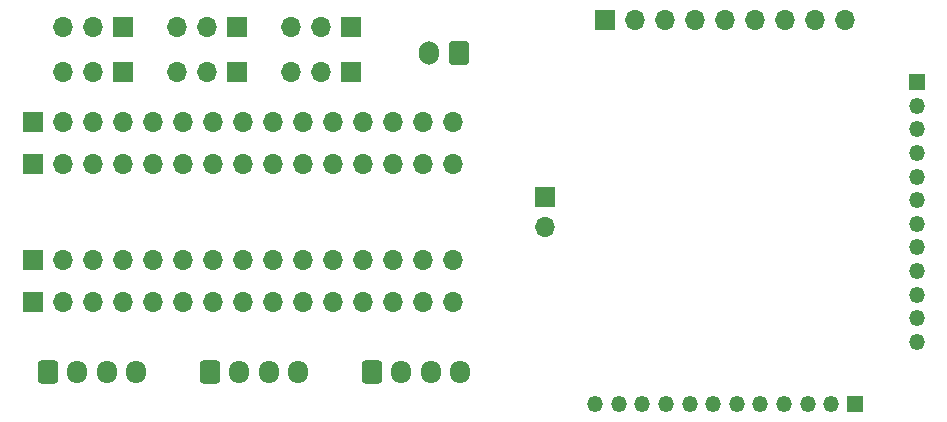
<source format=gbr>
%TF.GenerationSoftware,KiCad,Pcbnew,7.0.10*%
%TF.CreationDate,2024-02-16T22:07:16-05:00*%
%TF.ProjectId,SanBan,53616e42-616e-42e6-9b69-6361645f7063,rev?*%
%TF.SameCoordinates,Original*%
%TF.FileFunction,Soldermask,Bot*%
%TF.FilePolarity,Negative*%
%FSLAX46Y46*%
G04 Gerber Fmt 4.6, Leading zero omitted, Abs format (unit mm)*
G04 Created by KiCad (PCBNEW 7.0.10) date 2024-02-16 22:07:16*
%MOMM*%
%LPD*%
G01*
G04 APERTURE LIST*
G04 Aperture macros list*
%AMRoundRect*
0 Rectangle with rounded corners*
0 $1 Rounding radius*
0 $2 $3 $4 $5 $6 $7 $8 $9 X,Y pos of 4 corners*
0 Add a 4 corners polygon primitive as box body*
4,1,4,$2,$3,$4,$5,$6,$7,$8,$9,$2,$3,0*
0 Add four circle primitives for the rounded corners*
1,1,$1+$1,$2,$3*
1,1,$1+$1,$4,$5*
1,1,$1+$1,$6,$7*
1,1,$1+$1,$8,$9*
0 Add four rect primitives between the rounded corners*
20,1,$1+$1,$2,$3,$4,$5,0*
20,1,$1+$1,$4,$5,$6,$7,0*
20,1,$1+$1,$6,$7,$8,$9,0*
20,1,$1+$1,$8,$9,$2,$3,0*%
G04 Aperture macros list end*
%ADD10RoundRect,0.250000X-0.600000X-0.725000X0.600000X-0.725000X0.600000X0.725000X-0.600000X0.725000X0*%
%ADD11O,1.700000X1.950000*%
%ADD12R,1.700000X1.700000*%
%ADD13O,1.700000X1.700000*%
%ADD14R,1.350000X1.350000*%
%ADD15O,1.350000X1.350000*%
%ADD16RoundRect,0.250000X0.600000X0.750000X-0.600000X0.750000X-0.600000X-0.750000X0.600000X-0.750000X0*%
%ADD17O,1.700000X2.000000*%
G04 APERTURE END LIST*
D10*
%TO.C,J13*%
X114603000Y-95525000D03*
D11*
X117103000Y-95525000D03*
X119603000Y-95525000D03*
X122103000Y-95525000D03*
%TD*%
D12*
%TO.C,J15*%
X113333000Y-89547000D03*
D13*
X115873000Y-89547000D03*
X118413000Y-89547000D03*
X120953000Y-89547000D03*
X123493000Y-89547000D03*
X126033000Y-89547000D03*
X128573000Y-89547000D03*
X131113000Y-89547000D03*
X133653000Y-89547000D03*
X136193000Y-89547000D03*
X138733000Y-89547000D03*
X141273000Y-89547000D03*
X143813000Y-89547000D03*
X146353000Y-89547000D03*
X148893000Y-89547000D03*
%TD*%
D14*
%TO.C,J2*%
X188205000Y-70945000D03*
D15*
X188205000Y-72945000D03*
X188205000Y-74945000D03*
X188205000Y-76945000D03*
X188205000Y-78945000D03*
X188205000Y-80945000D03*
X188205000Y-82945000D03*
X188205000Y-84945000D03*
X188205000Y-86945000D03*
X188205000Y-88945000D03*
X188205000Y-90945000D03*
X188205000Y-92945000D03*
%TD*%
D12*
%TO.C,J17*%
X113333000Y-85974600D03*
D13*
X115873000Y-85974600D03*
X118413000Y-85974600D03*
X120953000Y-85974600D03*
X123493000Y-85974600D03*
X126033000Y-85974600D03*
X128573000Y-85974600D03*
X131113000Y-85974600D03*
X133653000Y-85974600D03*
X136193000Y-85974600D03*
X138733000Y-85974600D03*
X141273000Y-85974600D03*
X143813000Y-85974600D03*
X146353000Y-85974600D03*
X148893000Y-85974600D03*
%TD*%
D12*
%TO.C,J11*%
X140257000Y-70125000D03*
D13*
X137717000Y-70125000D03*
X135177000Y-70125000D03*
%TD*%
D10*
%TO.C,J12*%
X128319000Y-95525000D03*
D11*
X130819000Y-95525000D03*
X133319000Y-95525000D03*
X135819000Y-95525000D03*
%TD*%
D12*
%TO.C,J16*%
X113333000Y-74307000D03*
D13*
X115873000Y-74307000D03*
X118413000Y-74307000D03*
X120953000Y-74307000D03*
X123493000Y-74307000D03*
X126033000Y-74307000D03*
X128573000Y-74307000D03*
X131113000Y-74307000D03*
X133653000Y-74307000D03*
X136193000Y-74307000D03*
X138733000Y-74307000D03*
X141273000Y-74307000D03*
X143813000Y-74307000D03*
X146353000Y-74307000D03*
X148893000Y-74307000D03*
%TD*%
D12*
%TO.C,J18*%
X113333000Y-77872000D03*
D13*
X115873000Y-77872000D03*
X118413000Y-77872000D03*
X120953000Y-77872000D03*
X123493000Y-77872000D03*
X126033000Y-77872000D03*
X128573000Y-77872000D03*
X131113000Y-77872000D03*
X133653000Y-77872000D03*
X136193000Y-77872000D03*
X138733000Y-77872000D03*
X141273000Y-77872000D03*
X143813000Y-77872000D03*
X146353000Y-77872000D03*
X148893000Y-77872000D03*
%TD*%
D10*
%TO.C,J5*%
X142035000Y-95525000D03*
D11*
X144535000Y-95525000D03*
X147035000Y-95525000D03*
X149535000Y-95525000D03*
%TD*%
D12*
%TO.C,J10*%
X130605000Y-70125000D03*
D13*
X128065000Y-70125000D03*
X125525000Y-70125000D03*
%TD*%
D14*
%TO.C,J1*%
X182955000Y-98195000D03*
D15*
X180955000Y-98195000D03*
X178955000Y-98195000D03*
X176955000Y-98195000D03*
X174955000Y-98195000D03*
X172955000Y-98195000D03*
X170955000Y-98195000D03*
X168955000Y-98195000D03*
X166955000Y-98195000D03*
X164955000Y-98195000D03*
X162955000Y-98195000D03*
X160955000Y-98195000D03*
%TD*%
D12*
%TO.C,J6*%
X120953000Y-66315000D03*
D13*
X118413000Y-66315000D03*
X115873000Y-66315000D03*
%TD*%
D12*
%TO.C,J9*%
X120953000Y-70125000D03*
D13*
X118413000Y-70125000D03*
X115873000Y-70125000D03*
%TD*%
D12*
%TO.C,J3*%
X161805000Y-65670000D03*
D13*
X164345000Y-65670000D03*
X166885000Y-65670000D03*
X169425000Y-65670000D03*
X171965000Y-65670000D03*
X174505000Y-65670000D03*
X177045000Y-65670000D03*
X179585000Y-65670000D03*
X182125000Y-65670000D03*
%TD*%
D12*
%TO.C,J8*%
X140257000Y-66315000D03*
D13*
X137717000Y-66315000D03*
X135177000Y-66315000D03*
%TD*%
D12*
%TO.C,J7*%
X130605000Y-66315000D03*
D13*
X128065000Y-66315000D03*
X125525000Y-66315000D03*
%TD*%
D16*
%TO.C,J14*%
X149401000Y-68445000D03*
D17*
X146901000Y-68445000D03*
%TD*%
D12*
%TO.C,J4*%
X156730000Y-80695000D03*
D13*
X156730000Y-83235000D03*
%TD*%
M02*

</source>
